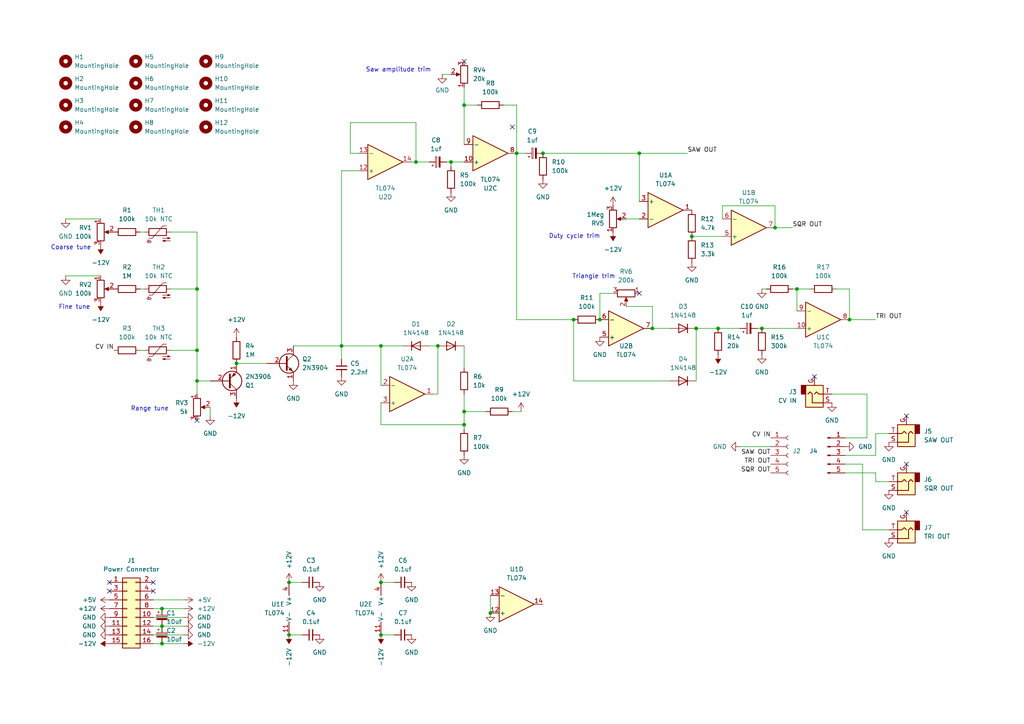
<source format=kicad_sch>
(kicad_sch (version 20250114) (generator "eeschema") (generator_version "9.0")
  (paper "A4")
  (title_block (title "VCO Schematic") (date "2025-05-26") (rev "1"))
  (lib_symbols
    (symbol "Amplifier_Operational:TL074" (pin_names (offset 0.127))
      (property "Reference" "U" (at 0 5.08 0))
      (property "Value" "TL074" (at 0 -5.08 0))
      (symbol "TL074_1_1"
        (polyline (pts (xy -5.08 5.08) (xy 5.08 0) (xy -5.08 -5.08) (xy -5.08 5.08)) (stroke (width 0.254)) (fill (type background)))
        (pin input line (at -7.62 2.54 0) (length 2.54) (name "+") (number "3"))
        (pin input line (at -7.62 -2.54 0) (length 2.54) (name "-") (number "2"))
        (pin output line (at 7.62 0 180) (length 2.54) (name "~") (number "1"))
      )
      (symbol "TL074_2_1"
        (polyline (pts (xy -5.08 5.08) (xy 5.08 0) (xy -5.08 -5.08) (xy -5.08 5.08)) (stroke (width 0.254)) (fill (type background)))
        (pin input line (at -7.62 2.54 0) (length 2.54) (name "+") (number "5"))
        (pin input line (at -7.62 -2.54 0) (length 2.54) (name "-") (number "6"))
        (pin output line (at 7.62 0 180) (length 2.54) (name "~") (number "7"))
      )
      (symbol "TL074_3_1"
        (polyline (pts (xy -5.08 5.08) (xy 5.08 0) (xy -5.08 -5.08) (xy -5.08 5.08)) (stroke (width 0.254)) (fill (type background)))
        (pin input line (at -7.62 2.54 0) (length 2.54) (name "+") (number "10"))
        (pin input line (at -7.62 -2.54 0) (length 2.54) (name "-") (number "9"))
        (pin output line (at 7.62 0 180) (length 2.54) (name "~") (number "8"))
      )
      (symbol "TL074_4_1"
        (polyline (pts (xy -5.08 5.08) (xy 5.08 0) (xy -5.08 -5.08) (xy -5.08 5.08)) (stroke (width 0.254)) (fill (type background)))
        (pin input line (at -7.62 2.54 0) (length 2.54) (name "+") (number "12"))
        (pin input line (at -7.62 -2.54 0) (length 2.54) (name "-") (number "13"))
        (pin output line (at 7.62 0 180) (length 2.54) (name "~") (number "14"))
      )
      (symbol "TL074_5_1"
        (pin power_in line (at -2.54 7.62 270) (length 3.81) (name "V+") (number "4"))
        (pin power_in line (at -2.54 -7.62 90) (length 3.81) (name "V-") (number "11"))
      )
    )
    (symbol "Connector:Conn_01x05_Pin" (pin_names (offset 1.016) (hide yes))
      (property "Reference" "J" (at 0 7.62 0))
      (property "Value" "Conn_01x05_Pin" (at 0 -7.62 0))
      (symbol "Conn_01x05_Pin_1_1"
        (rectangle (start 0.8636 5.207) (end 0 4.953) (stroke (width 0.1524)) (fill (type outline)))
        (rectangle (start 0.8636 2.667) (end 0 2.413) (stroke (width 0.1524)) (fill (type outline)))
        (rectangle (start 0.8636 0.127) (end 0 -0.127) (stroke (width 0.1524)) (fill (type outline)))
        (rectangle (start 0.8636 -2.413) (end 0 -2.667) (stroke (width 0.1524)) (fill (type outline)))
        (rectangle (start 0.8636 -4.953) (end 0 -5.207) (stroke (width 0.1524)) (fill (type outline)))
        (polyline (pts (xy 1.27 5.08) (xy 0.8636 5.08)) (stroke (width 0.1524)))
        (polyline (pts (xy 1.27 2.54) (xy 0.8636 2.54)) (stroke (width 0.1524)))
        (polyline (pts (xy 1.27 0) (xy 0.8636 0)) (stroke (width 0.1524)))
        (polyline (pts (xy 1.27 -2.54) (xy 0.8636 -2.54)) (stroke (width 0.1524)))
        (polyline (pts (xy 1.27 -5.08) (xy 0.8636 -5.08)) (stroke (width 0.1524)))
        (pin passive line (at 5.08 5.08 180) (length 3.81) (name "Pin_1") (number "1"))
        (pin passive line (at 5.08 2.54 180) (length 3.81) (name "Pin_2") (number "2"))
        (pin passive line (at 5.08 0 180) (length 3.81) (name "Pin_3") (number "3"))
        (pin passive line (at 5.08 -2.54 180) (length 3.81) (name "Pin_4") (number "4"))
        (pin passive line (at 5.08 -5.08 180) (length 3.81) (name "Pin_5") (number "5"))
      )
    )
    (symbol "Connector:Conn_01x05_Socket" (pin_names (offset 1.016) (hide yes))
      (property "Reference" "J" (at 0 7.62 0))
      (property "Value" "Conn_01x05_Socket" (at 0 -7.62 0))
      (symbol "Conn_01x05_Socket_1_1"
        (polyline (pts (xy -1.27 5.08) (xy -0.508 5.08)) (stroke (width 0.1524)))
        (polyline (pts (xy -1.27 2.54) (xy -0.508 2.54)) (stroke (width 0.1524)))
        (polyline (pts (xy -1.27 0) (xy -0.508 0)) (stroke (width 0.1524)))
        (polyline (pts (xy -1.27 -2.54) (xy -0.508 -2.54)) (stroke (width 0.1524)))
        (polyline (pts (xy -1.27 -5.08) (xy -0.508 -5.08)) (stroke (width 0.1524)))
        (arc (start 0 4.572) (mid -0.5058 5.08) (end 0 5.588) (stroke (width 0.1524)))
        (arc (start 0 2.032) (mid -0.5058 2.54) (end 0 3.048) (stroke (width 0.1524)))
        (arc (start 0 -0.508) (mid -0.5058 0) (end 0 0.508) (stroke (width 0.1524)))
        (arc (start 0 -3.048) (mid -0.5058 -2.54) (end 0 -2.032) (stroke (width 0.1524)))
        (arc (start 0 -5.588) (mid -0.5058 -5.08) (end 0 -4.572) (stroke (width 0.1524)))
        (pin passive line (at -5.08 5.08 0) (length 3.81) (name "Pin_1") (number "1"))
        (pin passive line (at -5.08 2.54 0) (length 3.81) (name "Pin_2") (number "2"))
        (pin passive line (at -5.08 0 0) (length 3.81) (name "Pin_3") (number "3"))
        (pin passive line (at -5.08 -2.54 0) (length 3.81) (name "Pin_4") (number "4"))
        (pin passive line (at -5.08 -5.08 0) (length 3.81) (name "Pin_5") (number "5"))
      )
    )
    (symbol "Connector_Audio:AudioJack2_Ground"
      (property "Reference" "J" (at 0 8.89 0))
      (property "Value" "AudioJack2_Ground" (at 0 6.35 0))
      (symbol "AudioJack2_Ground_0_1"
        (rectangle (start -2.54 -2.54) (end -3.81 0) (stroke (width 0.254)) (fill (type outline)))
        (polyline (pts (xy 0 0) (xy 0.635 -0.635) (xy 1.27 0) (xy 2.54 0)) (stroke (width 0.254)))
        (rectangle (start 2.54 3.81) (end -2.54 -2.54) (stroke (width 0.254)) (fill (type background)))
        (polyline (pts (xy 2.54 2.54) (xy -0.635 2.54) (xy -0.635 0) (xy -1.27 -0.635) (xy -1.905 0)) (stroke (width 0.254)))
      )
      (symbol "AudioJack2_Ground_1_1"
        (pin passive line (at 0 -5.08 90) (length 2.54) (name "~") (number "G"))
        (pin passive line (at 5.08 2.54 180) (length 2.54) (name "~") (number "S"))
        (pin passive line (at 5.08 0 180) (length 2.54) (name "~") (number "T"))
      )
    )
    (symbol "Connector_Generic:Conn_02x08_Odd_Even" (pin_names (offset 1.016) (hide yes))
      (property "Reference" "J5" (at 1.27 13.97 0))
      (property "Value" "Conn_02x08_Odd_Even" (at 1.27 11.43 0))
      (symbol "Conn_02x08_Odd_Even_1_1"
        (rectangle (start -1.27 8.89) (end 3.81 -11.43) (stroke (width 0.254)) (fill (type background)))
        (rectangle (start -1.27 7.747) (end 0 7.493) (stroke (width 0.1524)))
        (rectangle (start -1.27 5.207) (end 0 4.953) (stroke (width 0.1524)))
        (rectangle (start -1.27 2.667) (end 0 2.413) (stroke (width 0.1524)))
        (rectangle (start -1.27 0.127) (end 0 -0.127) (stroke (width 0.1524)))
        (rectangle (start -1.27 -2.413) (end 0 -2.667) (stroke (width 0.1524)))
        (rectangle (start -1.27 -4.953) (end 0 -5.207) (stroke (width 0.1524)))
        (rectangle (start -1.27 -7.493) (end 0 -7.747) (stroke (width 0.1524)))
        (rectangle (start -1.27 -10.033) (end 0 -10.287) (stroke (width 0.1524)))
        (rectangle (start 3.81 7.747) (end 2.54 7.493) (stroke (width 0.1524)))
        (rectangle (start 3.81 5.207) (end 2.54 4.953) (stroke (width 0.1524)))
        (rectangle (start 3.81 2.667) (end 2.54 2.413) (stroke (width 0.1524)))
        (rectangle (start 3.81 0.127) (end 2.54 -0.127) (stroke (width 0.1524)))
        (rectangle (start 3.81 -2.413) (end 2.54 -2.667) (stroke (width 0.1524)))
        (rectangle (start 3.81 -4.953) (end 2.54 -5.207) (stroke (width 0.1524)))
        (rectangle (start 3.81 -7.493) (end 2.54 -7.747) (stroke (width 0.1524)))
        (rectangle (start 3.81 -10.033) (end 2.54 -10.287) (stroke (width 0.1524)))
        (pin passive line (at -5.08 7.62 0) (length 3.81) (name "Pin_1") (number "1"))
        (pin passive line (at -5.08 5.08 0) (length 3.81) (name "Pin_3") (number "3"))
        (pin passive line (at -5.08 2.54 0) (length 3.81) (name "Pin_5") (number "5"))
        (pin passive line (at -5.08 0 0) (length 3.81) (name "Pin_7") (number "7"))
        (pin passive line (at -5.08 -2.54 0) (length 3.81) (name "Pin_9") (number "9"))
        (pin passive line (at -5.08 -5.08 0) (length 3.81) (name "Pin_11") (number "11"))
        (pin passive line (at -5.08 -7.62 0) (length 3.81) (name "Pin_13") (number "13"))
        (pin passive line (at -5.08 -10.16 0) (length 3.81) (name "Pin_15") (number "15"))
        (pin passive line (at 7.62 7.62 180) (length 3.81) (name "Pin_2") (number "2"))
        (pin passive line (at 7.62 5.08 180) (length 3.81) (name "Pin_4") (number "4"))
        (pin power_out line (at 7.62 2.54 180) (length 3.81) (name "Pin_6") (number "6"))
        (pin power_out line (at 7.62 0 180) (length 3.81) (name "Pin_8") (number "8"))
        (pin passive line (at 7.62 -2.54 180) (length 3.81) (name "Pin_10") (number "10"))
        (pin power_out line (at 7.62 -5.08 180) (length 3.81) (name "Pin_12") (number "12"))
        (pin passive line (at 7.62 -7.62 180) (length 3.81) (name "Pin_14") (number "14"))
        (pin power_out line (at 7.62 -10.16 180) (length 3.81) (name "Pin_16") (number "16"))
      )
    )
    (symbol "Device:C_Polarized_Small" (pin_numbers (hide yes)) (pin_names (offset 0.254) (hide yes))
      (property "Reference" "C" (at 0.254 1.778 0))
      (property "Value" "C_Polarized_Small" (at 0.254 -2.032 0))
      (symbol "C_Polarized_Small_0_1"
        (rectangle (start -1.524 0.6858) (end 1.524 0.3048))
        (rectangle (start -1.524 -0.3048) (end 1.524 -0.6858) (fill (type outline)))
        (polyline (pts (xy -1.27 1.524) (xy -0.762 1.524)))
        (polyline (pts (xy -1.016 1.27) (xy -1.016 1.778)))
      )
      (symbol "C_Polarized_Small_1_1"
        (pin passive line (at 0 2.54 270) (length 1.8542) (name "~") (number "1"))
        (pin passive line (at 0 -2.54 90) (length 1.8542) (name "~") (number "2"))
      )
    )
    (symbol "Device:C_Small" (pin_numbers (hide yes)) (pin_names (offset 0.254) (hide yes))
      (property "Reference" "C" (at 0.254 1.778 0))
      (property "Value" "C_Small" (at 0.254 -2.032 0))
      (symbol "C_Small_0_1"
        (polyline (pts (xy -1.524 0.508) (xy 1.524 0.508)) (stroke (width 0.3048)))
        (polyline (pts (xy -1.524 -0.508) (xy 1.524 -0.508)) (stroke (width 0.3302)))
      )
      (symbol "C_Small_1_1"
        (pin passive line (at 0 2.54 270) (length 2.032) (name "~") (number "1"))
        (pin passive line (at 0 -2.54 90) (length 2.032) (name "~") (number "2"))
      )
    )
    (symbol "Device:R" (pin_numbers (hide yes)) (pin_names (offset 0))
      (property "Reference" "R" (at 2.032 0 90))
      (property "Value" "R" (at 0 0 90))
      (symbol "R_0_1"
        (rectangle (start -1.016 -2.54) (end 1.016 2.54) (stroke (width 0.254)))
      )
      (symbol "R_1_1"
        (pin passive line (at 0 3.81 270) (length 1.27) (name "~") (number "1"))
        (pin passive line (at 0 -3.81 90) (length 1.27) (name "~") (number "2"))
      )
    )
    (symbol "Device:R_Potentiometer" (pin_names (offset 1.016) (hide yes))
      (property "Reference" "RV" (at -4.445 0 90))
      (property "Value" "R_Potentiometer" (at -2.54 0 90))
      (symbol "R_Potentiometer_0_1"
        (rectangle (start 1.016 2.54) (end -1.016 -2.54) (stroke (width 0.254)))
        (polyline (pts (xy 1.143 0) (xy 2.286 0.508) (xy 2.286 -0.508) (xy 1.143 0)) (fill (type outline)))
        (polyline (pts (xy 2.54 0) (xy 1.524 0)))
      )
      (symbol "R_Potentiometer_1_1"
        (pin passive line (at 0 3.81 270) (length 1.27) (name "1") (number "1"))
        (pin passive line (at 0 -3.81 90) (length 1.27) (name "3") (number "3"))
        (pin passive line (at 3.81 0 180) (length 1.27) (name "2") (number "2"))
      )
    )
    (symbol "Device:Thermistor_NTC" (pin_numbers (hide yes)) (pin_names (offset 0))
      (property "Reference" "TH" (at -4.445 0 90))
      (property "Value" "Thermistor_NTC" (at 3.175 0 90))
      (symbol "Thermistor_NTC_0_1"
        (arc (start -3.175 2.413) (mid -3.0506 2.3165) (end -3.048 2.159))
        (arc (start -3.048 2.794) (mid -2.9736 2.9736) (end -2.794 3.048))
        (arc (start -2.794 3.048) (mid -2.6144 2.9736) (end -2.54 2.794))
        (arc (start -2.794 2.54) (mid -2.9736 2.6144) (end -3.048 2.794))
        (arc (start -2.794 1.905) (mid -2.9736 1.9794) (end -3.048 2.159))
        (arc (start -2.54 2.159) (mid -2.6144 1.9794) (end -2.794 1.905))
        (arc (start -2.159 2.794) (mid -2.434 2.5608) (end -2.794 2.54))
        (polyline (pts (xy -2.54 2.159) (xy -2.54 2.794)))
        (polyline (pts (xy -2.54 -3.683) (xy -2.54 -1.397) (xy -2.794 -2.159) (xy -2.286 -2.159) (xy -2.54 -1.397) (xy -2.54 -1.651)) (fill (type outline)))
        (polyline (pts (xy -1.778 2.54) (xy -1.778 1.524) (xy 1.778 -1.524) (xy 1.778 -2.54)))
        (polyline (pts (xy -1.778 -1.397) (xy -1.778 -3.683) (xy -2.032 -2.921) (xy -1.524 -2.921) (xy -1.778 -3.683) (xy -1.778 -3.429)) (fill (type outline)))
        (rectangle (start -1.016 2.54) (end 1.016 -2.54) (stroke (width 0.254)))
      )
      (symbol "Thermistor_NTC_1_1"
        (pin passive line (at 0 3.81 270) (length 1.27) (name "~") (number "1"))
        (pin passive line (at 0 -3.81 90) (length 1.27) (name "~") (number "2"))
      )
    )
    (symbol "Diode:1N4148" (pin_numbers (hide yes)) (pin_names (hide yes))
      (property "Reference" "D" (at 0 2.54 0))
      (property "Value" "1N4148" (at 0 -2.54 0))
      (symbol "1N4148_0_1"
        (polyline (pts (xy -1.27 1.27) (xy -1.27 -1.27)) (stroke (width 0.254)))
        (polyline (pts (xy 1.27 1.27) (xy 1.27 -1.27) (xy -1.27 0) (xy 1.27 1.27)) (stroke (width 0.254)))
        (polyline (pts (xy 1.27 0) (xy -1.27 0)))
      )
      (symbol "1N4148_1_1"
        (pin passive line (at -3.81 0 0) (length 2.54) (name "K") (number "1"))
        (pin passive line (at 3.81 0 180) (length 2.54) (name "A") (number "2"))
      )
    )
    (symbol "Mechanical:MountingHole" (pin_names (offset 1.016))
      (property "Reference" "H" (at 0 5.08 0))
      (property "Value" "MountingHole" (at 0 3.175 0))
      (symbol "MountingHole_0_1"
        (circle (center 0 0) (radius 1.27) (stroke (width 1.27)))
      )
    )
    (symbol "Transistor_BJT:2N3904" (pin_names (offset 0) (hide yes))
      (property "Reference" "Q" (at 5.08 1.905 0))
      (property "Value" "2N3904" (at 5.08 0 0))
      (symbol "2N3904_0_1"
        (polyline (pts (xy 0.635 1.905) (xy 0.635 -1.905) (xy 0.635 -1.905)) (stroke (width 0.508)))
        (polyline (pts (xy 0.635 0.635) (xy 2.54 2.54)))
        (polyline (pts (xy 0.635 -0.635) (xy 2.54 -2.54) (xy 2.54 -2.54)))
        (circle (center 1.27 0) (radius 2.8194) (stroke (width 0.254)))
        (polyline (pts (xy 1.27 -1.778) (xy 1.778 -1.27) (xy 2.286 -2.286) (xy 1.27 -1.778) (xy 1.27 -1.778)) (fill (type outline)))
      )
      (symbol "2N3904_1_1"
        (pin passive line (at -5.08 0 0) (length 5.715) (name "B") (number "2"))
        (pin passive line (at 2.54 5.08 270) (length 2.54) (name "C") (number "3"))
        (pin passive line (at 2.54 -5.08 90) (length 2.54) (name "E") (number "1"))
      )
    )
    (symbol "Transistor_BJT:2N3906" (pin_names (offset 0) (hide yes))
      (property "Reference" "Q" (at 5.08 1.905 0))
      (property "Value" "2N3906" (at 5.08 0 0))
      (symbol "2N3906_0_1"
        (polyline (pts (xy 0.635 1.905) (xy 0.635 -1.905) (xy 0.635 -1.905)) (stroke (width 0.508)))
        (polyline (pts (xy 0.635 0.635) (xy 2.54 2.54)))
        (polyline (pts (xy 0.635 -0.635) (xy 2.54 -2.54) (xy 2.54 -2.54)))
        (circle (center 1.27 0) (radius 2.8194) (stroke (width 0.254)))
        (polyline (pts (xy 2.286 -1.778) (xy 1.778 -2.286) (xy 1.27 -1.27) (xy 2.286 -1.778) (xy 2.286 -1.778)) (fill (type outline)))
      )
      (symbol "2N3906_1_1"
        (pin input line (at -5.08 0 0) (length 5.715) (name "B") (number "2"))
        (pin passive line (at 2.54 5.08 270) (length 2.54) (name "C") (number "3"))
        (pin passive line (at 2.54 -5.08 90) (length 2.54) (name "E") (number "1"))
      )
    )
    (symbol "power:+12V" (power) (pin_names (offset 0))
      (property "Value" "+12V" (at 0 3.556 0))
      (symbol "+12V_0_1"
        (polyline (pts (xy -0.762 1.27) (xy 0 2.54)))
        (polyline (pts (xy 0 2.54) (xy 0.762 1.27)))
        (polyline (pts (xy 0 0) (xy 0 2.54)))
      )
      (symbol "+12V_1_1"
        (pin power_in line (at 0 0 90) (length 0) (hide yes) (name "+12V") (number "1"))
      )
    )
    (symbol "power:+5V" (power) (pin_names (offset 0))
      (property "Value" "+5V" (at 0 3.556 0))
      (symbol "+5V_0_1"
        (polyline (pts (xy -0.762 1.27) (xy 0 2.54)))
        (polyline (pts (xy 0 2.54) (xy 0.762 1.27)))
        (polyline (pts (xy 0 0) (xy 0 2.54)))
      )
      (symbol "+5V_1_1"
        (pin power_in line (at 0 0 90) (length 0) (hide yes) (name "+5V") (number "1"))
      )
    )
    (symbol "power:-12V" (power) (pin_names (offset 0))
      (property "Value" "-12V" (at 0 3.81 0))
      (symbol "-12V_0_0"
        (pin power_in line (at 0 0 90) (length 0) (hide yes) (name "-12V") (number "1"))
      )
      (symbol "-12V_0_1"
        (polyline (pts (xy 0 0) (xy 0 1.27) (xy 0.762 1.27) (xy 0 2.54) (xy -0.762 1.27) (xy 0 1.27)) (fill (type outline)))
      )
    )
    (symbol "power:GND" (power) (pin_names (offset 0))
      (property "Value" "GND" (at 0 -3.81 0))
      (symbol "GND_0_1"
        (polyline (pts (xy 0 0) (xy 0 -1.27) (xy 1.27 -1.27) (xy 0 -2.54) (xy -1.27 -1.27) (xy 0 -1.27)))
      )
      (symbol "GND_1_1"
        (pin power_in line (at 0 0 270) (length 0) (hide yes) (name "GND") (number "1"))
      )
    )
  )
  (text "Fine tune" (at 21.59 89.154 0) (effects (font (size 1.27 1.27))))
  (text "Duty cycle trim" (at 166.624 68.58 0) (effects (font (size 1.27 1.27))))
  (text "Triangle trim" (at 172.212 80.264 0) (effects (font (size 1.27 1.27))))
  (text "Saw amplitude trim" (at 115.57 20.32 0) (effects (font (size 1.27 1.27))))
  (text "Range tune" (at 43.434 118.618 0) (effects (font (size 1.27 1.27))))
  (text "Coarse tune" (at 20.574 71.882 0) (effects (font (size 1.27 1.27))))
  (junction (at 83.82 184.15))
  (junction (at 220.98 95.25))
  (junction (at 110.49 100.33))
  (junction (at 130.81 46.99))
  (junction (at 110.49 184.15))
  (junction (at 142.24 177.8))
  (junction (at 231.14 83.82))
  (junction (at 120.65 46.99))
  (junction (at 57.15 83.82))
  (junction (at 200.66 68.58))
  (junction (at 201.93 95.25))
  (junction (at 134.62 119.38))
  (junction (at 46.99 181.61))
  (junction (at 68.58 105.41))
  (junction (at 46.99 176.53))
  (junction (at 149.86 44.45))
  (junction (at 173.99 92.71))
  (junction (at 46.99 186.69))
  (junction (at 57.15 101.6))
  (junction (at 99.06 100.33))
  (junction (at 189.23 95.25))
  (junction (at 110.49 168.91))
  (junction (at 246.38 92.71))
  (junction (at 134.62 123.19))
  (junction (at 127 100.33))
  (junction (at 185.42 44.45))
  (junction (at 83.82 168.91))
  (junction (at 208.28 95.25))
  (junction (at 166.37 92.71))
  (junction (at 134.62 30.48))
  (junction (at 224.79 66.04))
  (junction (at 57.15 110.49))
  (junction (at 157.48 44.45))
  (no_connect (at 262.89 148.59))
  (no_connect (at 31.75 171.45))
  (no_connect (at 236.22 109.22))
  (no_connect (at 134.62 17.78))
  (no_connect (at 44.45 171.45))
  (no_connect (at 57.15 121.92))
  (no_connect (at 185.42 85.09))
  (no_connect (at 148.59 36.83))
  (no_connect (at 262.89 134.62))
  (no_connect (at 44.45 168.91))
  (no_connect (at 262.89 120.65))
  (no_connect (at 31.75 168.91))
  (wire (pts (xy 57.15 110.49) (xy 60.96 110.49)))
  (wire (pts (xy 85.09 100.33) (xy 99.06 100.33)))
  (wire (pts (xy 99.06 100.33) (xy 99.06 104.14)))
  (wire (pts (xy 181.61 63.5) (xy 185.42 63.5)))
  (wire (pts (xy 166.37 110.49) (xy 166.37 92.71)))
  (wire (pts (xy 245.11 137.16) (xy 254 137.16)))
  (wire (pts (xy 120.65 35.56) (xy 120.65 46.99)))
  (wire (pts (xy 142.24 172.72) (xy 142.24 177.8)))
  (wire (pts (xy 44.45 173.99) (xy 53.34 173.99)))
  (wire (pts (xy 134.62 123.19) (xy 134.62 124.46)))
  (wire (pts (xy 57.15 83.82) (xy 57.15 101.6)))
  (wire (pts (xy 254 139.7) (xy 254 137.16)))
  (wire (pts (xy 125.73 114.3) (xy 127 114.3)))
  (wire (pts (xy 209.55 59.69) (xy 224.79 59.69)))
  (wire (pts (xy 40.64 67.31) (xy 41.91 67.31)))
  (wire (pts (xy 194.31 110.49) (xy 166.37 110.49)))
  (wire (pts (xy 134.62 119.38) (xy 134.62 123.19)))
  (wire (pts (xy 120.65 46.99) (xy 124.46 46.99)))
  (wire (pts (xy 104.14 44.45) (xy 101.6 44.45)))
  (wire (pts (xy 53.34 186.69) (xy 46.99 186.69)))
  (wire (pts (xy 220.98 95.25) (xy 219.71 95.25)))
  (wire (pts (xy 214.63 129.54) (xy 223.52 129.54)))
  (wire (pts (xy 53.34 184.15) (xy 44.45 184.15)))
  (wire (pts (xy 257.81 125.73) (xy 254 125.73)))
  (wire (pts (xy 110.49 100.33) (xy 110.49 111.76)))
  (wire (pts (xy 57.15 101.6) (xy 57.15 110.49)))
  (wire (pts (xy 231.14 83.82) (xy 231.14 90.17)))
  (wire (pts (xy 241.3 114.3) (xy 251.46 114.3)))
  (wire (pts (xy 53.34 176.53) (xy 46.99 176.53)))
  (wire (pts (xy 49.53 67.31) (xy 57.15 67.31)))
  (wire (pts (xy 83.82 168.91) (xy 87.63 168.91)))
  (wire (pts (xy 134.62 25.4) (xy 134.62 30.48)))
  (wire (pts (xy 151.13 119.38) (xy 148.59 119.38)))
  (wire (pts (xy 224.79 59.69) (xy 224.79 66.04)))
  (wire (pts (xy 57.15 67.31) (xy 57.15 83.82)))
  (wire (pts (xy 254 132.08) (xy 245.11 132.08)))
  (wire (pts (xy 149.86 44.45) (xy 149.86 30.48)))
  (wire (pts (xy 40.64 101.6) (xy 41.91 101.6)))
  (wire (pts (xy 177.8 85.09) (xy 173.99 85.09)))
  (wire (pts (xy 224.79 66.04) (xy 229.87 66.04)))
  (wire (pts (xy 124.46 100.33) (xy 127 100.33)))
  (wire (pts (xy 99.06 49.53) (xy 99.06 100.33)))
  (wire (pts (xy 60.96 118.11) (xy 60.96 120.65)))
  (wire (pts (xy 134.62 30.48) (xy 134.62 41.91)))
  (wire (pts (xy 140.97 119.38) (xy 134.62 119.38)))
  (wire (pts (xy 44.45 179.07) (xy 53.34 179.07)))
  (wire (pts (xy 49.53 83.82) (xy 57.15 83.82)))
  (wire (pts (xy 185.42 44.45) (xy 199.39 44.45)))
  (wire (pts (xy 110.49 123.19) (xy 134.62 123.19)))
  (wire (pts (xy 83.82 184.15) (xy 87.63 184.15)))
  (wire (pts (xy 57.15 110.49) (xy 57.15 114.3)))
  (wire (pts (xy 250.19 153.67) (xy 257.81 153.67)))
  (wire (pts (xy 200.66 68.58) (xy 209.55 68.58)))
  (wire (pts (xy 127 114.3) (xy 127 100.33)))
  (wire (pts (xy 116.84 100.33) (xy 110.49 100.33)))
  (wire (pts (xy 189.23 88.9) (xy 189.23 95.25)))
  (wire (pts (xy 46.99 181.61) (xy 44.45 181.61)))
  (wire (pts (xy 46.99 186.69) (xy 44.45 186.69)))
  (wire (pts (xy 110.49 116.84) (xy 110.49 123.19)))
  (wire (pts (xy 99.06 49.53) (xy 104.14 49.53)))
  (wire (pts (xy 49.53 101.6) (xy 57.15 101.6)))
  (wire (pts (xy 138.43 30.48) (xy 134.62 30.48)))
  (wire (pts (xy 134.62 100.33) (xy 134.62 106.68)))
  (wire (pts (xy 209.55 63.5) (xy 209.55 59.69)))
  (wire (pts (xy 189.23 95.25) (xy 194.31 95.25)))
  (wire (pts (xy 251.46 114.3) (xy 251.46 127)))
  (wire (pts (xy 101.6 35.56) (xy 120.65 35.56)))
  (wire (pts (xy 208.28 95.25) (xy 214.63 95.25)))
  (wire (pts (xy 101.6 44.45) (xy 101.6 35.56)))
  (wire (pts (xy 254 139.7) (xy 257.81 139.7)))
  (wire (pts (xy 201.93 95.25) (xy 201.93 110.49)))
  (wire (pts (xy 53.34 181.61) (xy 46.99 181.61)))
  (wire (pts (xy 185.42 44.45) (xy 185.42 58.42)))
  (wire (pts (xy 68.58 105.41) (xy 77.47 105.41)))
  (wire (pts (xy 134.62 114.3) (xy 134.62 119.38)))
  (wire (pts (xy 110.49 168.91) (xy 114.3 168.91)))
  (wire (pts (xy 130.81 46.99) (xy 130.81 48.26)))
  (wire (pts (xy 149.86 30.48) (xy 146.05 30.48)))
  (wire (pts (xy 181.61 88.9) (xy 189.23 88.9)))
  (wire (pts (xy 149.86 44.45) (xy 149.86 92.71)))
  (wire (pts (xy 157.48 44.45) (xy 185.42 44.45)))
  (wire (pts (xy 130.81 46.99) (xy 134.62 46.99)))
  (wire (pts (xy 19.05 80.01) (xy 29.21 80.01)))
  (wire (pts (xy 246.38 92.71) (xy 254 92.71)))
  (wire (pts (xy 250.19 134.62) (xy 245.11 134.62)))
  (wire (pts (xy 110.49 184.15) (xy 114.3 184.15)))
  (wire (pts (xy 220.98 95.25) (xy 231.14 95.25)))
  (wire (pts (xy 19.05 63.5) (xy 29.21 63.5)))
  (wire (pts (xy 149.86 44.45) (xy 152.4 44.45)))
  (wire (pts (xy 46.99 176.53) (xy 44.45 176.53)))
  (wire (pts (xy 250.19 153.67) (xy 250.19 134.62)))
  (wire (pts (xy 242.57 83.82) (xy 246.38 83.82)))
  (wire (pts (xy 245.11 127) (xy 251.46 127)))
  (wire (pts (xy 173.99 85.09) (xy 173.99 92.71)))
  (wire (pts (xy 201.93 95.25) (xy 208.28 95.25)))
  (wire (pts (xy 229.87 83.82) (xy 231.14 83.82)))
  (wire (pts (xy 246.38 83.82) (xy 246.38 92.71)))
  (wire (pts (xy 40.64 83.82) (xy 41.91 83.82)))
  (wire (pts (xy 220.98 83.82) (xy 222.25 83.82)))
  (wire (pts (xy 128.27 21.59) (xy 130.81 21.59)))
  (wire (pts (xy 149.86 92.71) (xy 166.37 92.71)))
  (wire (pts (xy 231.14 83.82) (xy 234.95 83.82)))
  (wire (pts (xy 120.65 46.99) (xy 119.38 46.99)))
  (wire (pts (xy 254 125.73) (xy 254 132.08)))
  (wire (pts (xy 99.06 100.33) (xy 110.49 100.33)))
  (wire (pts (xy 129.54 46.99) (xy 130.81 46.99)))
  (label "SQR OUT" (at 223.52 137.16 180))
  (label "SQR OUT" (at 229.87 66.04 0))
  (label "SAW OUT" (at 199.39 44.45 0))
  (label "CV IN" (at 223.52 127 180))
  (label "TRI OUT" (at 223.52 134.62 180))
  (label "SAW OUT" (at 223.52 132.08 180))
  (label "CV IN" (at 33.02 101.6 180))
  (label "TRI OUT" (at 254 92.71 0))
  (symbol (lib_id "power:GND") (at 19.05 80.01 0) (unit 1)
    (property "Reference" "#PWR02" (effects (hide yes)))
    (property "Value" "GND" (at 19.05 85.09 0))
  )
  (symbol (lib_id "Device:R") (at 36.83 83.82 90) (unit 1)
    (property "Reference" "R2" (at 36.83 77.47 90))
    (property "Value" "1M" (at 36.83 80.01 90))
    (property "Footprint" "Resistor_THT:R_Axial_DIN0207_L6.3mm_D2.5mm_P2.54mm_Vertical" (effects (hide yes)))
  )
  (symbol (lib_id "Amplifier_Operational:TL074") (at 181.61 95.25 0) (mirror x) (unit 2)
    (property "Reference" "U2" (at 181.61 100.33 0))
    (property "Value" "TL074" (at 181.61 102.87 0))
    (property "Footprint" "Package_DIP:DIP-14_W7.62mm_Socket" (effects (hide yes)))
    (property "Datasheet" "http://www.ti.com/lit/ds/symlink/tl071.pdf" (effects (hide yes)))
  )
  (symbol (lib_id "power:+12V") (at 177.8 59.69 0) (unit 1)
    (property "Reference" "#PWR037" (effects (hide yes)))
    (property "Value" "+12V" (at 177.8 54.61 0))
  )
  (symbol (lib_id "power:GND") (at 241.3 116.84 0) (unit 1)
    (property "Reference" "#PWR044" (effects (hide yes)))
    (property "Value" "GND" (at 241.3 121.92 0))
  )
  (symbol (lib_id "Device:C_Polarized_Small") (at 46.99 179.07 0) (unit 1)
    (property "Reference" "C1" (at 48.26 177.8 0) (effects (justify left)))
    (property "Value" "10uf" (at 48.26 180.34 0) (effects (justify left)))
    (property "Footprint" "Capacitor_THT:CP_Radial_D5.0mm_P2.50mm" (effects (hide yes)))
  )
  (symbol (lib_id "Transistor_BJT:2N3904") (at 82.55 105.41 0) (unit 1)
    (property "Reference" "Q2" (at 87.63 104.14 0) (effects (justify left)))
    (property "Value" "2N3904" (at 87.63 106.68 0) (effects (justify left)))
    (property "Footprint" "Package_TO_SOT_THT:TO-92_HandSolder" (effects (hide yes)))
    (property "Datasheet" "https://www.onsemi.com/pub/Collateral/2N3903-D.PDF" (effects (hide yes)))
  )
  (symbol (lib_id "Amplifier_Operational:TL074") (at 113.03 176.53 0) (unit 5)
    (property "Reference" "U2" (at 104.14 175.26 0) (effects (justify left)))
    (property "Value" "TL074" (at 102.87 177.8 0) (effects (justify left)))
    (property "Footprint" "Package_DIP:DIP-14_W7.62mm_Socket" (effects (hide yes)))
    (property "Datasheet" "http://www.ti.com/lit/ds/symlink/tl071.pdf" (effects (hide yes)))
  )
  (symbol (lib_id "Connector:Conn_01x05_Pin") (at 240.03 132.08 0) (unit 1)
    (property "Reference" "J4" (at 235.966 130.81 0))
    (property "Value" "Conn_01x05_Pin" (effects (hide yes)))
    (property "Footprint" "Connector_PinHeader_2.54mm:PinHeader_1x05_P2.54mm_Vertical" (effects (hide yes)))
  )
  (symbol (lib_id "power:GND") (at 92.71 184.15 0) (unit 1)
    (property "Reference" "#PWR024" (effects (hide yes)))
    (property "Value" "GND" (at 92.71 189.23 0))
  )
  (symbol (lib_id "power:+5V") (at 31.75 173.99 90) (unit 1)
    (property "Reference" "#PWR05" (effects (hide yes)))
    (property "Value" "+5V" (at 27.94 173.99 90) (effects (justify left)))
  )
  (symbol (lib_id "power:-12V") (at 29.21 87.63 180) (unit 1)
    (property "Reference" "#PWR04" (effects (hide yes)))
    (property "Value" "-12V" (at 29.21 92.71 0))
  )
  (symbol (lib_id "power:GND") (at 128.27 21.59 0) (unit 1)
    (property "Reference" "#PWR030" (effects (hide yes)))
    (property "Value" "GND" (at 128.27 26.162 0))
  )
  (symbol (lib_id "Connector_Audio:AudioJack2_Ground") (at 262.89 125.73 180) (unit 1)
    (property "Reference" "J5" (at 267.97 125.095 0) (effects (justify right)))
    (property "Value" "SAW OUT" (at 267.97 127.635 0) (effects (justify right)))
    (property "Footprint" "Custom Footprints:3.5mm_jack_vertical" (effects (hide yes)))
  )
  (symbol (lib_id "Diode:1N4148") (at 198.12 95.25 0) (mirror y) (unit 1)
    (property "Reference" "D3" (at 198.12 88.9 0))
    (property "Value" "1N4148" (at 198.12 91.44 0))
    (property "Footprint" "Diode_THT:D_DO-35_SOD27_P7.62mm_Horizontal" (effects (hide yes)))
    (property "Datasheet" "https://assets.nexperia.com/documents/data-sheet/1N4148_1N4448.pdf" (effects (hide yes)))
    (property "Sim.Device" "D" (effects (hide yes)))
    (property "Sim.Pins" "1=K 2=A" (effects (hide yes)))
  )
  (symbol (lib_id "power:+12V") (at 83.82 168.91 0) (unit 1)
    (property "Reference" "#PWR020" (effects (hide yes)))
    (property "Value" "+12V" (at 83.82 165.1 90) (effects (justify left)))
  )
  (symbol (lib_id "power:GND") (at 257.81 128.27 0) (unit 1)
    (property "Reference" "#PWR046" (effects (hide yes)))
    (property "Value" "GND" (at 257.81 133.35 0))
  )
  (symbol (lib_id "power:GND") (at 142.24 177.8 0) (unit 1)
    (property "Reference" "#PWR033" (effects (hide yes)))
    (property "Value" "GND" (at 142.24 182.88 0))
  )
  (symbol (lib_id "Device:R") (at 130.81 52.07 0) (unit 1)
    (property "Reference" "R5" (at 133.35 50.8 0) (effects (justify left)))
    (property "Value" "100k" (at 133.35 53.34 0) (effects (justify left)))
    (property "Footprint" "Resistor_THT:R_Axial_DIN0207_L6.3mm_D2.5mm_P2.54mm_Vertical" (effects (hide yes)))
  )
  (symbol (lib_id "power:-12V") (at 68.58 115.57 180) (unit 1)
    (property "Reference" "#PWR019" (effects (hide yes)))
    (property "Value" "-12V" (at 68.58 120.65 0))
  )
  (symbol (lib_id "power:-12V") (at 83.82 184.15 180) (unit 1)
    (property "Reference" "#PWR021" (effects (hide yes)))
    (property "Value" "-12V" (at 83.82 187.96 90) (effects (justify left)))
  )
  (symbol (lib_id "Mechanical:MountingHole") (at 19.05 30.48 0) (unit 1) (exclude_from_sim yes) (on_board no)
    (property "Reference" "H3" (at 21.59 29.21 0) (effects (justify left)))
    (property "Value" "MountingHole" (at 21.59 31.75 0) (effects (justify left)))
    (property "Footprint" "Faceplate Footprints:Eurorack_Mounting_Hole" (effects (hide yes)))
  )
  (symbol (lib_id "Connector_Generic:Conn_02x08_Odd_Even") (at 36.83 176.53 0) (unit 1)
    (property "Reference" "J1" (at 38.1 162.56 0))
    (property "Value" "Power Connector" (at 38.1 165.1 0))
    (property "Footprint" "Custom Footprints:16-pin shrouded header" (effects (hide yes)))
  )
  (symbol (lib_id "Device:R") (at 144.78 119.38 90) (unit 1)
    (property "Reference" "R9" (at 144.78 113.03 90))
    (property "Value" "100k" (at 144.78 115.57 90))
    (property "Footprint" "Resistor_THT:R_Axial_DIN0207_L6.3mm_D2.5mm_P2.54mm_Vertical" (effects (hide yes)))
  )
  (symbol (lib_id "Device:R") (at 208.28 99.06 0) (unit 1)
    (property "Reference" "R14" (at 210.82 97.79 0) (effects (justify left)))
    (property "Value" "20k" (at 210.82 100.33 0) (effects (justify left)))
    (property "Footprint" "Resistor_THT:R_Axial_DIN0207_L6.3mm_D2.5mm_P2.54mm_Vertical" (effects (hide yes)))
  )
  (symbol (lib_id "Device:C_Polarized_Small") (at 127 46.99 90) (unit 1)
    (property "Reference" "C8" (at 126.4539 40.64 90))
    (property "Value" "1uf" (at 126.4539 43.18 90))
    (property "Footprint" "Capacitor_THT:CP_Radial_D4.0mm_P2.00mm" (effects (hide yes)))
  )
  (symbol (lib_id "power:GND") (at 220.98 83.82 0) (unit 1)
    (property "Reference" "#PWR042" (effects (hide yes)))
    (property "Value" "GND" (at 220.98 88.9 0))
  )
  (symbol (lib_id "Device:R") (at 170.18 92.71 90) (unit 1)
    (property "Reference" "R11" (at 170.18 86.36 90))
    (property "Value" "100k" (at 170.18 88.9 90))
    (property "Footprint" "Resistor_THT:R_Axial_DIN0207_L6.3mm_D2.5mm_P2.54mm_Vertical" (effects (hide yes)))
  )
  (symbol (lib_id "Device:R") (at 200.66 64.77 0) (unit 1)
    (property "Reference" "R12" (at 203.2 63.5 0) (effects (justify left)))
    (property "Value" "4.7k" (at 203.2 66.04 0) (effects (justify left)))
    (property "Footprint" "Resistor_THT:R_Axial_DIN0207_L6.3mm_D2.5mm_P2.54mm_Vertical" (effects (hide yes)))
  )
  (symbol (lib_id "Mechanical:MountingHole") (at 59.69 24.13 0) (unit 1) (exclude_from_sim yes) (on_board no)
    (property "Reference" "H10" (at 62.23 22.86 0) (effects (justify left)))
    (property "Value" "MountingHole" (at 62.23 25.4 0) (effects (justify left)))
    (property "Footprint" "Faceplate Footprints:0.125in_Jack_Face" (effects (hide yes)))
  )
  (symbol (lib_id "power:GND") (at 173.99 97.79 0) (unit 1)
    (property "Reference" "#PWR036" (effects (hide yes)))
    (property "Value" "GND" (at 173.99 102.87 0))
  )
  (symbol (lib_id "Mechanical:MountingHole") (at 39.37 30.48 0) (unit 1) (exclude_from_sim yes) (on_board no)
    (property "Reference" "H7" (at 41.91 29.21 0) (effects (justify left)))
    (property "Value" "MountingHole" (at 41.91 31.75 0) (effects (justify left)))
    (property "Footprint" "MountingHole:MountingHole_3mm" (effects (hide yes)))
  )
  (symbol (lib_id "power:GND") (at 53.34 179.07 90) (unit 1)
    (property "Reference" "#PWR016" (effects (hide yes)))
    (property "Value" "GND" (at 57.15 179.07 90) (effects (justify right)))
  )
  (symbol (lib_id "power:GND") (at 119.38 168.91 0) (unit 1)
    (property "Reference" "#PWR028" (effects (hide yes)))
    (property "Value" "GND" (at 119.38 173.99 0))
  )
  (symbol (lib_id "Device:C_Small") (at 99.06 106.68 0) (mirror y) (unit 1)
    (property "Reference" "C5" (at 101.6 105.4163 0) (effects (justify right)))
    (property "Value" "2.2nf" (at 101.6 107.9563 0) (effects (justify right)))
    (property "Footprint" "Capacitor_THT:C_Disc_D3.0mm_W1.6mm_P2.50mm" (effects (hide yes)))
  )
  (symbol (lib_id "Device:C_Polarized_Small") (at 217.17 95.25 90) (unit 1)
    (property "Reference" "C10" (at 216.6239 88.9 90))
    (property "Value" "1uf" (at 216.6239 91.44 90))
    (property "Footprint" "Capacitor_THT:CP_Radial_D4.0mm_P2.00mm" (effects (hide yes)))
  )
  (symbol (lib_id "Device:R") (at 68.58 101.6 0) (unit 1)
    (property "Reference" "R4" (at 71.12 100.33 0) (effects (justify left)))
    (property "Value" "1M" (at 71.12 102.87 0) (effects (justify left)))
    (property "Footprint" "Resistor_THT:R_Axial_DIN0207_L6.3mm_D2.5mm_P2.54mm_Vertical" (effects (hide yes)))
  )
  (symbol (lib_id "power:GND") (at 134.62 132.08 0) (unit 1)
    (property "Reference" "#PWR032" (effects (hide yes)))
    (property "Value" "GND" (at 134.62 137.16 0))
  )
  (symbol (lib_id "power:-12V") (at 53.34 186.69 270) (unit 1)
    (property "Reference" "#PWR014" (effects (hide yes)))
    (property "Value" "-12V" (at 57.15 186.69 90) (effects (justify left)))
  )
  (symbol (lib_id "power:GND") (at 157.48 52.07 0) (unit 1)
    (property "Reference" "#PWR035" (effects (hide yes)))
    (property "Value" "GND" (at 157.48 57.15 0))
  )
  (symbol (lib_id "Connector_Audio:AudioJack2_Ground") (at 236.22 114.3 0) (mirror x) (unit 1)
    (property "Reference" "J3" (at 231.14 113.665 0) (effects (justify right)))
    (property "Value" "CV IN" (at 231.14 116.205 0) (effects (justify right)))
    (property "Footprint" "Custom Footprints:3.5mm_jack_vertical" (effects (hide yes)))
  )
  (symbol (lib_id "Connector:Conn_01x05_Socket") (at 228.6 132.08 0) (unit 1)
    (property "Reference" "J2" (at 229.87 130.81 0) (effects (justify left)))
    (property "Value" "Conn_01x05_Socket" (effects (hide yes)))
    (property "Footprint" "Connector_PinSocket_2.54mm:PinSocket_1x05_P2.54mm_Vertical" (effects (hide yes)))
  )
  (symbol (lib_id "power:+12V") (at 53.34 176.53 270) (unit 1)
    (property "Reference" "#PWR015" (effects (hide yes)))
    (property "Value" "+12V" (at 57.15 176.53 90) (effects (justify left)))
  )
  (symbol (lib_id "Device:C_Small") (at 90.17 184.15 90) (unit 1)
    (property "Reference" "C4" (at 90.1763 177.8 90))
    (property "Value" "0.1uf" (at 90.1763 180.34 90))
    (property "Footprint" "Capacitor_THT:C_Disc_D3.0mm_W1.6mm_P2.50mm" (effects (hide yes)))
  )
  (symbol (lib_id "Device:R") (at 134.62 128.27 0) (unit 1)
    (property "Reference" "R7" (at 137.16 127 0) (effects (justify left)))
    (property "Value" "100k" (at 137.16 129.54 0) (effects (justify left)))
    (property "Footprint" "Resistor_THT:R_Axial_DIN0207_L6.3mm_D2.5mm_P2.54mm_Vertical" (effects (hide yes)))
  )
  (symbol (lib_id "Device:Thermistor_NTC") (at 45.72 101.6 90) (unit 1)
    (property "Reference" "TH3" (at 46.0375 95.25 90))
    (property "Value" "10k NTC" (at 46.0375 97.79 90))
    (property "Footprint" "Connector_PinHeader_1.27mm:PinHeader_1x02_P1.27mm_Vertical" (effects (hide yes)))
  )
  (symbol (lib_id "power:+12V") (at 31.75 176.53 90) (unit 1)
    (property "Reference" "#PWR06" (effects (hide yes)))
    (property "Value" "+12V" (at 27.94 176.53 90) (effects (justify left)))
  )
  (symbol (lib_id "Device:C_Small") (at 116.84 168.91 90) (unit 1)
    (property "Reference" "C6" (at 116.8463 162.56 90))
    (property "Value" "0.1uf" (at 116.8463 165.1 90))
    (property "Footprint" "Capacitor_THT:C_Disc_D3.0mm_W1.6mm_P2.50mm" (effects (hide yes)))
  )
  (symbol (lib_id "Amplifier_Operational:TL074") (at 149.86 175.26 0) (mirror x) (unit 4)
    (property "Reference" "U1" (at 149.86 165.1 0))
    (property "Value" "TL074" (at 149.86 167.64 0))
    (property "Footprint" "Package_DIP:DIP-14_W7.62mm_Socket" (effects (hide yes)))
    (property "Datasheet" "http://www.ti.com/lit/ds/symlink/tl071.pdf" (effects (hide yes)))
  )
  (symbol (lib_id "Amplifier_Operational:TL074") (at 118.11 114.3 0) (mirror x) (unit 1)
    (property "Reference" "U2" (at 118.11 104.14 0))
    (property "Value" "TL074" (at 118.11 106.68 0))
    (property "Footprint" "Package_DIP:DIP-14_W7.62mm_Socket" (effects (hide yes)))
    (property "Datasheet" "http://www.ti.com/lit/ds/symlink/tl071.pdf" (effects (hide yes)))
  )
  (symbol (lib_id "Mechanical:MountingHole") (at 39.37 17.78 0) (unit 1) (exclude_from_sim yes) (on_board no)
    (property "Reference" "H5" (at 41.91 16.51 0) (effects (justify left)))
    (property "Value" "MountingHole" (at 41.91 19.05 0) (effects (justify left)))
    (property "Footprint" "MountingHole:MountingHole_3mm" (effects (hide yes)))
  )
  (symbol (lib_id "power:+12V") (at 68.58 97.79 0) (unit 1)
    (property "Reference" "#PWR018" (effects (hide yes)))
    (property "Value" "+12V" (at 68.58 92.71 0))
  )
  (symbol (lib_id "Device:R_Potentiometer") (at 29.21 67.31 0) (unit 1)
    (property "Reference" "RV1" (at 26.67 66.04 0) (effects (justify right)))
    (property "Value" "100k" (at 26.67 68.58 0) (effects (justify right)))
    (property "Footprint" "Potentiometer_THT:Potentiometer_Piher_PT-6-V_Vertical" (effects (hide yes)))
  )
  (symbol (lib_id "Amplifier_Operational:TL074") (at 86.36 176.53 0) (unit 5)
    (property "Reference" "U1" (at 82.55 175.26 0) (effects (justify right)))
    (property "Value" "TL074" (at 82.55 177.8 0) (effects (justify right)))
    (property "Footprint" "Package_DIP:DIP-14_W7.62mm_Socket" (effects (hide yes)))
    (property "Datasheet" "http://www.ti.com/lit/ds/symlink/tl071.pdf" (effects (hide yes)))
  )
  (symbol (lib_id "power:GND") (at 130.81 55.88 0) (unit 1)
    (property "Reference" "#PWR031" (effects (hide yes)))
    (property "Value" "GND" (at 130.81 60.96 0))
  )
  (symbol (lib_id "Device:R") (at 226.06 83.82 90) (unit 1)
    (property "Reference" "R16" (at 226.06 77.47 90))
    (property "Value" "100k" (at 226.06 80.01 90))
    (property "Footprint" "Resistor_THT:R_Axial_DIN0207_L6.3mm_D2.5mm_P2.54mm_Vertical" (effects (hide yes)))
  )
  (symbol (lib_id "Amplifier_Operational:TL074") (at 142.24 44.45 0) (mirror x) (unit 3)
    (property "Reference" "U2" (at 142.24 54.61 0))
    (property "Value" "TL074" (at 142.24 52.07 0))
    (property "Footprint" "Package_DIP:DIP-14_W7.62mm_Socket" (effects (hide yes)))
    (property "Datasheet" "http://www.ti.com/lit/ds/symlink/tl071.pdf" (effects (hide yes)))
  )
  (symbol (lib_id "Device:R_Potentiometer") (at 134.62 21.59 180) (unit 1)
    (property "Reference" "RV4" (at 137.16 20.32 0) (effects (justify right)))
    (property "Value" "20k" (at 137.16 22.86 0) (effects (justify right)))
    (property "Footprint" "Potentiometer_THT:Potentiometer_Piher_PT-6-V_Vertical" (effects (hide yes)))
  )
  (symbol (lib_id "power:GND") (at 19.05 63.5 0) (unit 1)
    (property "Reference" "#PWR01" (effects (hide yes)))
    (property "Value" "GND" (at 19.05 68.58 0))
  )
  (symbol (lib_id "Device:R_Potentiometer") (at 57.15 118.11 0) (unit 1)
    (property "Reference" "RV3" (at 54.61 116.84 0) (effects (justify right)))
    (property "Value" "5k" (at 54.61 119.38 0) (effects (justify right)))
    (property "Footprint" "Potentiometer_THT:Potentiometer_Piher_PT-6-V_Vertical" (effects (hide yes)))
  )
  (symbol (lib_id "Device:C_Polarized_Small") (at 46.99 184.15 0) (unit 1)
    (property "Reference" "C2" (at 48.26 182.88 0) (effects (justify left)))
    (property "Value" "10uf" (at 48.26 185.42 0) (effects (justify left)))
    (property "Footprint" "Capacitor_THT:CP_Radial_D5.0mm_P2.50mm" (effects (hide yes)))
  )
  (symbol (lib_id "Device:C_Small") (at 90.17 168.91 90) (unit 1)
    (property "Reference" "C3" (at 90.1763 162.56 90))
    (property "Value" "0.1uf" (at 90.1763 165.1 90))
    (property "Footprint" "Capacitor_THT:C_Disc_D3.0mm_W1.6mm_P2.50mm" (effects (hide yes)))
  )
  (symbol (lib_id "power:GND") (at 92.71 168.91 0) (unit 1)
    (property "Reference" "#PWR023" (effects (hide yes)))
    (property "Value" "GND" (at 92.71 173.99 0))
  )
  (symbol (lib_id "Mechanical:MountingHole") (at 39.37 24.13 0) (unit 1) (exclude_from_sim yes) (on_board no)
    (property "Reference" "H6" (at 41.91 22.86 0) (effects (justify left)))
    (property "Value" "MountingHole" (at 41.91 25.4 0) (effects (justify left)))
    (property "Footprint" "Faceplate Footprints:Eurorack_Mounting_Hole" (effects (hide yes)))
  )
  (symbol (lib_id "Device:Thermistor_NTC") (at 45.72 67.31 90) (unit 1)
    (property "Reference" "TH1" (at 46.0375 60.96 90))
    (property "Value" "10k NTC" (at 46.0375 63.5 90))
    (property "Footprint" "Connector_PinHeader_1.27mm:PinHeader_1x02_P1.27mm_Vertical" (effects (hide yes)))
  )
  (symbol (lib_id "Device:Thermistor_NTC") (at 45.72 83.82 90) (unit 1)
    (property "Reference" "TH2" (at 46.0375 77.47 90))
    (property "Value" "10k NTC" (at 46.0375 80.01 90))
    (property "Footprint" "Connector_PinHeader_1.27mm:PinHeader_1x02_P1.27mm_Vertical" (effects (hide yes)))
  )
  (symbol (lib_id "Amplifier_Operational:TL074") (at 217.17 66.04 0) (mirror x) (unit 2)
    (property "Reference" "U1" (at 217.17 55.88 0))
    (property "Value" "TL074" (at 217.17 58.42 0))
    (property "Footprint" "Package_DIP:DIP-14_W7.62mm_Socket" (effects (hide yes)))
    (property "Datasheet" "http://www.ti.com/lit/ds/symlink/tl071.pdf" (effects (hide yes)))
  )
  (symbol (lib_id "power:-12V") (at 110.49 184.15 180) (unit 1)
    (property "Reference" "#PWR027" (effects (hide yes)))
    (property "Value" "-12V" (at 110.49 187.96 90) (effects (justify left)))
  )
  (symbol (lib_id "power:GND") (at 220.98 102.87 0) (unit 1)
    (property "Reference" "#PWR043" (effects (hide yes)))
    (property "Value" "GND" (at 220.98 107.95 0))
  )
  (symbol (lib_id "Device:R") (at 238.76 83.82 90) (unit 1)
    (property "Reference" "R17" (at 238.76 77.47 90))
    (property "Value" "100k" (at 238.76 80.01 90))
    (property "Footprint" "Resistor_THT:R_Axial_DIN0207_L6.3mm_D2.5mm_P2.54mm_Vertical" (effects (hide yes)))
  )
  (symbol (lib_id "power:-12V") (at 31.75 186.69 90) (unit 1)
    (property "Reference" "#PWR010" (effects (hide yes)))
    (property "Value" "-12V" (at 27.94 186.69 90) (effects (justify left)))
  )
  (symbol (lib_id "Device:R") (at 36.83 67.31 90) (unit 1)
    (property "Reference" "R1" (at 36.83 60.96 90))
    (property "Value" "100k" (at 36.83 63.5 90))
    (property "Footprint" "Resistor_THT:R_Axial_DIN0207_L6.3mm_D2.5mm_P2.54mm_Vertical" (effects (hide yes)))
  )
  (symbol (lib_id "Diode:1N4148") (at 130.81 100.33 0) (mirror y) (unit 1)
    (property "Reference" "D2" (at 130.81 93.98 0))
    (property "Value" "1N4148" (at 130.81 96.52 0))
    (property "Footprint" "Diode_THT:D_DO-35_SOD27_P7.62mm_Horizontal" (effects (hide yes)))
    (property "Datasheet" "https://assets.nexperia.com/documents/data-sheet/1N4148_1N4448.pdf" (effects (hide yes)))
    (property "Sim.Device" "D" (effects (hide yes)))
    (property "Sim.Pins" "1=K 2=A" (effects (hide yes)))
  )
  (symbol (lib_id "power:GND") (at 214.63 129.54 270) (unit 1)
    (property "Reference" "#PWR041" (effects (hide yes)))
    (property "Value" "GND" (at 210.82 129.54 90) (effects (justify right)))
  )
  (symbol (lib_id "Device:R") (at 134.62 110.49 0) (unit 1)
    (property "Reference" "R6" (at 137.16 109.22 0) (effects (justify left)))
    (property "Value" "10k" (at 137.16 111.76 0) (effects (justify left)))
    (property "Footprint" "Resistor_THT:R_Axial_DIN0207_L6.3mm_D2.5mm_P2.54mm_Vertical" (effects (hide yes)))
  )
  (symbol (lib_id "Device:R_Potentiometer") (at 29.21 83.82 0) (unit 1)
    (property "Reference" "RV2" (at 26.67 82.55 0) (effects (justify right)))
    (property "Value" "100k" (at 26.67 85.09 0) (effects (justify right)))
    (property "Footprint" "Potentiometer_THT:Potentiometer_Piher_PT-6-V_Vertical" (effects (hide yes)))
  )
  (symbol (lib_id "power:-12V") (at 29.21 71.12 180) (unit 1)
    (property "Reference" "#PWR03" (effects (hide yes)))
    (property "Value" "-12V" (at 29.21 76.2 0))
  )
  (symbol (lib_id "Device:R_Potentiometer") (at 181.61 85.09 270) (unit 1)
    (property "Reference" "RV6" (at 181.61 78.74 90))
    (property "Value" "200k" (at 181.61 81.28 90))
    (property "Footprint" "Potentiometer_THT:Potentiometer_Piher_PT-6-V_Vertical" (effects (hide yes)))
  )
  (symbol (lib_id "power:-12V") (at 208.28 102.87 180) (unit 1)
    (property "Reference" "#PWR040" (effects (hide yes)))
    (property "Value" "-12V" (at 208.28 107.95 0))
  )
  (symbol (lib_id "Device:C_Polarized_Small") (at 154.94 44.45 90) (unit 1)
    (property "Reference" "C9" (at 154.3939 38.1 90))
    (property "Value" "1uf" (at 154.3939 40.64 90))
    (property "Footprint" "Capacitor_THT:CP_Radial_D4.0mm_P2.00mm" (effects (hide yes)))
  )
  (symbol (lib_id "power:GND") (at 53.34 181.61 90) (unit 1)
    (property "Reference" "#PWR012" (effects (hide yes)))
    (property "Value" "GND" (at 57.15 181.61 90) (effects (justify right)))
  )
  (symbol (lib_id "power:GND") (at 245.11 129.54 90) (unit 1)
    (property "Reference" "#PWR045" (effects (hide yes)))
    (property "Value" "GND" (at 248.92 129.54 90) (effects (justify right)))
  )
  (symbol (lib_id "Transistor_BJT:2N3906") (at 66.04 110.49 0) (mirror x) (unit 1)
    (property "Reference" "Q1" (at 71.12 111.76 0) (effects (justify left)))
    (property "Value" "2N3906" (at 71.12 109.22 0) (effects (justify left)))
    (property "Footprint" "Package_TO_SOT_THT:TO-92_HandSolder" (effects (hide yes)))
    (property "Datasheet" "https://www.onsemi.com/pub/Collateral/2N3906-D.PDF" (effects (hide yes)))
  )
  (symbol (lib_id "power:GND") (at 85.09 110.49 0) (unit 1)
    (property "Reference" "#PWR022" (effects (hide yes)))
    (property "Value" "GND" (at 85.09 115.57 0))
  )
  (symbol (lib_id "Device:R") (at 157.48 48.26 0) (unit 1)
    (property "Reference" "R10" (at 160.02 46.99 0) (effects (justify left)))
    (property "Value" "100k" (at 160.02 49.53 0) (effects (justify left)))
    (property "Footprint" "Resistor_THT:R_Axial_DIN0207_L6.3mm_D2.5mm_P2.54mm_Vertical" (effects (hide yes)))
  )
  (symbol (lib_id "power:GND") (at 257.81 156.21 0) (unit 1)
    (property "Reference" "#PWR048" (effects (hide yes)))
    (property "Value" "GND" (at 257.81 161.29 0))
  )
  (symbol (lib_id "Mechanical:MountingHole") (at 59.69 30.48 0) (unit 1) (exclude_from_sim yes) (on_board no)
    (property "Reference" "H11" (at 62.23 29.21 0) (effects (justify left)))
    (property "Value" "MountingHole" (at 62.23 31.75 0) (effects (justify left)))
    (property "Footprint" "MountingHole:MountingHole_3mm" (effects (hide yes)))
  )
  (symbol (lib_id "Mechanical:MountingHole") (at 19.05 17.78 0) (unit 1) (exclude_from_sim yes) (on_board no)
    (property "Reference" "H1" (at 21.59 16.51 0) (effects (justify left)))
    (property "Value" "MountingHole" (at 21.59 19.05 0) (effects (justify left)))
    (property "Footprint" "Faceplate Footprints:0.125in_Jack_Face" (effects (hide yes)))
  )
  (symbol (lib_id "Amplifier_Operational:TL074") (at 193.04 60.96 0) (unit 1)
    (property "Reference" "U1" (at 193.04 50.8 0))
    (property "Value" "TL074" (at 193.04 53.34 0))
    (property "Footprint" "Package_DIP:DIP-14_W7.62mm_Socket" (effects (hide yes)))
    (property "Datasheet" "http://www.ti.com/lit/ds/symlink/tl071.pdf" (effects (hide yes)))
  )
  (symbol (lib_id "Device:R") (at 200.66 72.39 0) (unit 1)
    (property "Reference" "R13" (at 203.2 71.12 0) (effects (justify left)))
    (property "Value" "3.3k" (at 203.2 73.66 0) (effects (justify left)))
    (property "Footprint" "Resistor_THT:R_Axial_DIN0207_L6.3mm_D2.5mm_P2.54mm_Vertical" (effects (hide yes)))
  )
  (symbol (lib_id "Amplifier_Operational:TL074") (at 238.76 92.71 0) (mirror x) (unit 3)
    (property "Reference" "U1" (at 238.76 97.79 0))
    (property "Value" "TL074" (at 238.76 100.33 0))
    (property "Footprint" "Package_DIP:DIP-14_W7.62mm_Socket" (effects (hide yes)))
    (property "Datasheet" "http://www.ti.com/lit/ds/symlink/tl071.pdf" (effects (hide yes)))
  )
  (symbol (lib_id "power:GND") (at 99.06 109.22 0) (unit 1)
    (property "Reference" "#PWR025" (effects (hide yes)))
    (property "Value" "GND" (at 99.06 114.3 0))
  )
  (symbol (lib_id "power:+12V") (at 151.13 119.38 0) (unit 1)
    (property "Reference" "#PWR034" (effects (hide yes)))
    (property "Value" "+12V" (at 151.13 114.3 0))
  )
  (symbol (lib_id "power:GND") (at 31.75 179.07 270) (unit 1)
    (property "Reference" "#PWR07" (effects (hide yes)))
    (property "Value" "GND" (at 27.94 179.07 90) (effects (justify right)))
  )
  (symbol (lib_id "power:+12V") (at 110.49 168.91 0) (unit 1)
    (property "Reference" "#PWR026" (effects (hide yes)))
    (property "Value" "+12V" (at 110.49 165.1 90) (effects (justify left)))
  )
  (symbol (lib_id "power:GND") (at 31.75 184.15 270) (unit 1)
    (property "Reference" "#PWR09" (effects (hide yes)))
    (property "Value" "GND" (at 27.94 184.15 90) (effects (justify right)))
  )
  (symbol (lib_id "Device:R_Potentiometer") (at 177.8 63.5 0) (mirror x) (unit 1)
    (property "Reference" "RV5" (at 175.26 64.77 0) (effects (justify right)))
    (property "Value" "1Meg" (at 175.26 62.23 0) (effects (justify right)))
    (property "Footprint" "Potentiometer_THT:Potentiometer_Piher_PT-6-V_Vertical" (effects (hide yes)))
  )
  (symbol (lib_id "power:-12V") (at 177.8 67.31 180) (unit 1)
    (property "Reference" "#PWR038" (effects (hide yes)))
    (property "Value" "-12V" (at 177.8 72.39 0))
  )
  (symbol (lib_id "Diode:1N4148") (at 120.65 100.33 0) (unit 1)
    (property "Reference" "D1" (at 120.65 93.98 0))
    (property "Value" "1N4148" (at 120.65 96.52 0))
    (property "Footprint" "Diode_THT:D_DO-35_SOD27_P7.62mm_Horizontal" (effects (hide yes)))
    (property "Datasheet" "https://assets.nexperia.com/documents/data-sheet/1N4148_1N4448.pdf" (effects (hide yes)))
    (property "Sim.Device" "D" (effects (hide yes)))
    (property "Sim.Pins" "1=K 2=A" (effects (hide yes)))
  )
  (symbol (lib_id "power:GND") (at 53.34 184.15 90) (unit 1)
    (property "Reference" "#PWR013" (effects (hide yes)))
    (property "Value" "GND" (at 57.15 184.15 90) (effects (justify right)))
  )
  (symbol (lib_id "Connector_Audio:AudioJack2_Ground") (at 262.89 153.67 180) (unit 1)
    (property "Reference" "J7" (at 267.97 153.035 0) (effects (justify right)))
    (property "Value" "TRI OUT" (at 267.97 155.575 0) (effects (justify right)))
    (property "Footprint" "Custom Footprints:3.5mm_jack_vertical" (effects (hide yes)))
  )
  (symbol (lib_id "Mechanical:MountingHole") (at 59.69 17.78 0) (unit 1) (exclude_from_sim yes) (on_board no)
    (property "Reference" "H9" (at 62.23 16.51 0) (effects (justify left)))
    (property "Value" "MountingHole" (at 62.23 19.05 0) (effects (justify left)))
    (property "Footprint" "MountingHole:MountingHole_3mm" (effects (hide yes)))
  )
  (symbol (lib_id "power:GND") (at 31.75 181.61 270) (unit 1)
    (property "Reference" "#PWR08" (effects (hide yes)))
    (property "Value" "GND" (at 27.94 181.61 90) (effects (justify right)))
  )
  (symbol (lib_id "Device:R") (at 36.83 101.6 90) (unit 1)
    (property "Reference" "R3" (at 36.83 95.25 90))
    (property "Value" "100k" (at 36.83 97.79 90))
    (property "Footprint" "Resistor_THT:R_Axial_DIN0207_L6.3mm_D2.5mm_P2.54mm_Vertical" (effects (hide yes)))
  )
  (symbol (lib_id "power:GND") (at 119.38 184.15 0) (unit 1)
    (property "Reference" "#PWR029" (effects (hide yes)))
    (property "Value" "GND" (at 119.38 189.23 0))
  )
  (symbol (lib_id "power:+5V") (at 53.34 173.99 270) (unit 1)
    (property "Reference" "#PWR011" (effects (hide yes)))
    (property "Value" "+5V" (at 57.15 173.99 90) (effects (justify left)))
  )
  (symbol (lib_id "power:GND") (at 60.96 120.65 0) (unit 1)
    (property "Reference" "#PWR017" (effects (hide yes)))
    (property "Value" "GND" (at 60.96 125.73 0))
  )
  (symbol (lib_id "power:GND") (at 200.66 76.2 0) (unit 1)
    (property "Reference" "#PWR039" (effects (hide yes)))
    (property "Value" "GND" (at 200.66 81.28 0))
  )
  (symbol (lib_id "Mechanical:MountingHole") (at 39.37 36.83 0) (unit 1) (exclude_from_sim yes) (on_board no)
    (property "Reference" "H8" (at 41.91 35.56 0) (effects (justify left)))
    (property "Value" "MountingHole" (at 41.91 38.1 0) (effects (justify left)))
    (property "Footprint" "Faceplate Footprints:0.125in_Jack_Face" (effects (hide yes)))
  )
  (symbol (lib_id "Device:R") (at 142.24 30.48 90) (unit 1)
    (property "Reference" "R8" (at 142.24 24.13 90))
    (property "Value" "100k" (at 142.24 26.67 90))
    (property "Footprint" "Resistor_THT:R_Axial_DIN0207_L6.3mm_D2.5mm_P2.54mm_Vertical" (effects (hide yes)))
  )
  (symbol (lib_id "Amplifier_Operational:TL074") (at 111.76 46.99 0) (mirror x) (unit 4)
    (property "Reference" "U2" (at 111.76 57.15 0))
    (property "Value" "TL074" (at 111.76 54.61 0))
    (property "Footprint" "Package_DIP:DIP-14_W7.62mm_Socket" (effects (hide yes)))
    (property "Datasheet" "http://www.ti.com/lit/ds/symlink/tl071.pdf" (effects (hide yes)))
  )
  (symbol (lib_id "Connector_Audio:AudioJack2_Ground") (at 262.89 139.7 180) (unit 1)
    (property "Reference" "J6" (at 267.97 139.065 0) (effects (justify right)))
    (property "Value" "SQR OUT" (at 267.97 141.605 0) (effects (justify right)))
    (property "Footprint" "Custom Footprints:3.5mm_jack_vertical" (effects (hide yes)))
  )
  (symbol (lib_id "Device:R") (at 220.98 99.06 0) (unit 1)
    (property "Reference" "R15" (at 223.52 97.79 0) (effects (justify left)))
    (property "Value" "300k" (at 223.52 100.33 0) (effects (justify left)))
    (property "Footprint" "Resistor_THT:R_Axial_DIN0207_L6.3mm_D2.5mm_P2.54mm_Vertical" (effects (hide yes)))
  )
  (symbol (lib_id "Mechanical:MountingHole") (at 19.05 24.13 0) (unit 1) (exclude_from_sim yes) (on_board no)
    (property "Reference" "H2" (at 21.59 22.86 0) (effects (justify left)))
    (property "Value" "MountingHole" (at 21.59 25.4 0) (effects (justify left)))
    (property "Footprint" "MountingHole:MountingHole_3mm" (effects (hide yes)))
  )
  (symbol (lib_id "Mechanical:MountingHole") (at 59.69 36.83 0) (unit 1) (exclude_from_sim yes) (on_board no)
    (property "Reference" "H12" (at 62.23 35.56 0) (effects (justify left)))
    (property "Value" "MountingHole" (at 62.23 38.1 0) (effects (justify left)))
    (property "Footprint" "MountingHole:MountingHole_3mm" (effects (hide yes)))
  )
  (symbol (lib_id "Diode:1N4148") (at 198.12 110.49 0) (mirror y) (unit 1)
    (property "Reference" "D4" (at 198.12 104.14 0))
    (property "Value" "1N4148" (at 198.12 106.68 0))
    (property "Footprint" "Diode_THT:D_DO-35_SOD27_P7.62mm_Horizontal" (effects (hide yes)))
    (property "Datasheet" "https://assets.nexperia.com/documents/data-sheet/1N4148_1N4448.pdf" (effects (hide yes)))
    (property "Sim.Device" "D" (effects (hide yes)))
    (property "Sim.Pins" "1=K 2=A" (effects (hide yes)))
  )
  (symbol (lib_id "Device:C_Small") (at 116.84 184.15 90) (unit 1)
    (property "Reference" "C7" (at 116.8463 177.8 90))
    (property "Value" "0.1uf" (at 116.8463 180.34 90))
    (property "Footprint" "Capacitor_THT:C_Disc_D3.0mm_W1.6mm_P2.50mm" (effects (hide yes)))
  )
  (symbol (lib_id "Mechanical:MountingHole") (at 19.05 36.83 0) (unit 1) (exclude_from_sim yes) (on_board no)
    (property "Reference" "H4" (at 21.59 35.56 0) (effects (justify left)))
    (property "Value" "MountingHole" (at 21.59 38.1 0) (effects (justify left)))
    (property "Footprint" "Faceplate Footprints:0.125in_Jack_Face" (effects (hide yes)))
  )
  (symbol (lib_id "power:GND") (at 257.81 142.24 0) (unit 1)
    (property "Reference" "#PWR047" (effects (hide yes)))
    (property "Value" "GND" (at 257.81 147.32 0))
  )
)
</source>
